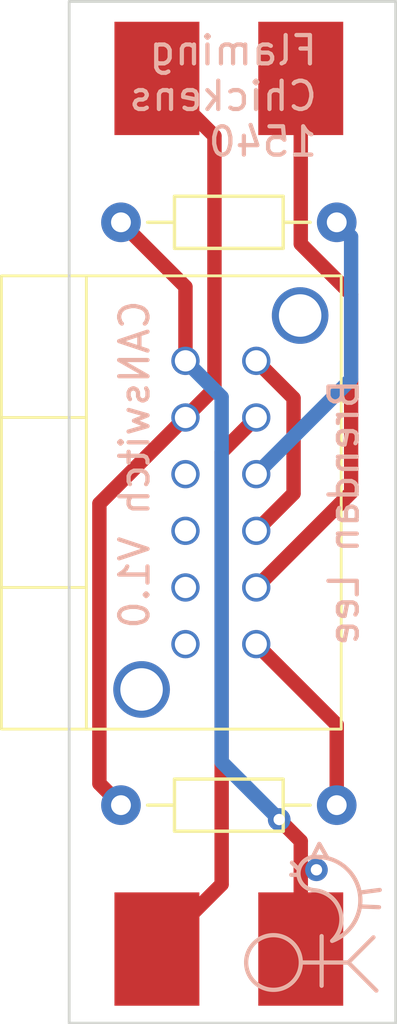
<source format=kicad_pcb>
(kicad_pcb (version 20221018) (generator pcbnew)
  (layers (0 "F.Cu" signal) (31 "B.Cu" signal) (34 "B.Paste" user) (35 "F.Paste" user) (36 "B.SilkS" user "B.Silkscreen") (37 "F.SilkS" user "F.Silkscreen") (38 "B.Mask" user) (39 "F.Mask" user) (44 "Edge.Cuts" user))
  (net 0 "")
  (net 1 "Net-(J2-Pin_1)")
  (net 2 "Net-(J2-Pin_2)")
  (net 3 "Net-(J1-Pin_1)")
  (net 4 "Net-(J1-Pin_2)")
  (net 7 "Net-(SW1A-C)")
  (net 8 "Net-(SW1B-C)")
  (net 9 "Net-(SW1A-A)")
  (footprint "Resistor_THT:R_Axial_DIN0204_L3.6mm_D1.6mm_P7.62mm_Horizontal" (layer "F.Cu") (at 195.58 58.674 180)
    (fp_text reference "R2" hide)
    (fp_text value "R_US" hide)
    (fp_line (start 0.94 0) (end 1.89 0) (stroke (width 0.12)) (layer "F.SilkS"))
    (fp_line (start 1.89 -0.92) (end 1.89 0.92) (stroke (width 0.12)) (layer "F.SilkS"))
    (fp_line (start 1.89 0.92) (end 5.73 0.92) (stroke (width 0.12)) (layer "F.SilkS"))
    (fp_line (start 5.73 -0.92) (end 1.89 -0.92) (stroke (width 0.12)) (layer "F.SilkS"))
    (fp_line (start 5.73 0.92) (end 5.73 -0.92) (stroke (width 0.12)) (layer "F.SilkS"))
    (fp_line (start 6.68 0) (end 5.73 0) (stroke (width 0.12)) (layer "F.SilkS"))
    (pad "1" thru_hole circle (at 0 0 180) (size 1.4 1.4) (drill 0.7) (layers "*.Cu" "*.Mask") (net 8 "Net-(SW1B-C)"))
    (pad "2" thru_hole oval (at 7.62 0 180) (size 1.4 1.4) (drill 0.7) (layers "*.Cu" "*.Mask") (net 1 "Net-(J2-Pin_1)"))
  )
  (footprint "Library:4PDTThing" (layer "F.Cu") (at 185.738 46.99 -90)
    (fp_text reference "SW1" hide)
    (fp_text value "~" hide)
    (fp_line (start -7 -1) (end 9 -1) (stroke (width 0.1)) (layer "F.SilkS"))
    (fp_rect (start -7 -10) (end 9 2) (stroke (width 0.1)) (fill none) (layer "F.SilkS"))
    (fp_rect (start -2 -1) (end 4 2) (stroke (width 0.1)) (fill none) (layer "F.SilkS"))
    (pad "1" thru_hole circle (at -4 -7 270) (size 1 1) (drill 0.75) (layers "*.Cu" "*.Mask") (net 9 "Net-(SW1A-A)"))
    (pad "2" thru_hole circle (at -2 -7 270) (size 1 1) (drill 0.75) (layers "*.Cu" "*.Mask") (net 4 "Net-(J1-Pin_2)"))
    (pad "3" thru_hole circle (at 0 -7 270) (size 1 1) (drill 0.75) (layers "*.Cu" "*.Mask") (net 7 "Net-(SW1A-C)"))
    (pad "4" thru_hole circle (at 2 -7 270) (size 1 1) (drill 0.75) (layers "*.Cu" "*.Mask") (net 9 "Net-(SW1A-A)"))
    (pad "5" thru_hole circle (at 4 -7 270) (size 1 1) (drill 0.75) (layers "*.Cu" "*.Mask") (net 2 "Net-(J2-Pin_2)"))
    (pad "6" thru_hole circle (at 6 -7 270) (size 1 1) (drill 0.75) (layers "*.Cu" "*.Mask") (net 8 "Net-(SW1B-C)"))
    (pad "7" thru_hole circle (at -4 -4.5 270) (size 1 1) (drill 0.75) (layers "*.Cu" "*.Mask") (net 3 "Net-(J1-Pin_1)"))
    (pad "8" thru_hole circle (at -2 -4.5 270) (size 1 1) (drill 0.75) (layers "*.Cu" "*.Mask") (net 1 "Net-(J2-Pin_1)"))
    (pad "9" thru_hole circle (at 0 -4.5 270) (size 1 1) (drill 0.75) (layers "*.Cu" "*.Mask"))
    (pad "10" thru_hole circle (at 2 -4.5 270) (size 1 1) (drill 0.75) (layers "*.Cu" "*.Mask"))
    (pad "11" thru_hole circle (at 4 -4.5 270) (size 1 1) (drill 0.75) (layers "*.Cu" "*.Mask"))
    (pad "12" thru_hole circle (at 6 -4.5 270) (size 1 1) (drill 0.75) (layers "*.Cu" "*.Mask"))
    (pad "13" thru_hole circle (at -5.6 -8.55 270) (size 2 2) (drill 1.5) (layers "*.Cu" "*.Mask"))
    (pad "14" thru_hole circle (at 7.6 -2.95 270) (size 2 2) (drill 1.5) (layers "*.Cu" "*.Mask"))
  )
  (footprint "Library:WirePad" (layer "F.Cu") (at 191.77 38.1)
    (fp_text reference "J2" hide)
    (fp_text value "Conn_01x02" hide)
    (pad "1" smd rect (at -2.54 -5.08 90) (size 4 3) (layers "F.Cu" "F.Paste" "F.Mask") (net 1 "Net-(J2-Pin_1)"))
    (pad "2" smd rect (at 2.54 -5.08 90) (size 4 3) (layers "F.Cu" "F.Paste" "F.Mask") (net 2 "Net-(J2-Pin_2)"))
  )
  (footprint "Resistor_THT:R_Axial_DIN0204_L3.6mm_D1.6mm_P7.62mm_Horizontal" (layer "F.Cu") (at 195.58 38.1 180)
    (fp_text reference "R1" hide)
    (fp_text value "R_US" hide)
    (fp_line (start 0.94 0) (end 1.89 0) (stroke (width 0.12)) (layer "F.SilkS"))
    (fp_line (start 1.89 -0.92) (end 1.89 0.92) (stroke (width 0.12)) (layer "F.SilkS"))
    (fp_line (start 1.89 0.92) (end 5.73 0.92) (stroke (width 0.12)) (layer "F.SilkS"))
    (fp_line (start 5.73 -0.92) (end 1.89 -0.92) (stroke (width 0.12)) (layer "F.SilkS"))
    (fp_line (start 5.73 0.92) (end 5.73 -0.92) (stroke (width 0.12)) (layer "F.SilkS"))
    (fp_line (start 6.68 0) (end 5.73 0) (stroke (width 0.12)) (layer "F.SilkS"))
    (pad "1" thru_hole circle (at 0 0 180) (size 1.4 1.4) (drill 0.7) (layers "*.Cu" "*.Mask") (net 7 "Net-(SW1A-C)"))
    (pad "2" thru_hole oval (at 7.62 0 180) (size 1.4 1.4) (drill 0.7) (layers "*.Cu" "*.Mask") (net 3 "Net-(J1-Pin_1)"))
  )
  (footprint "Library:WirePad" (layer "F.Cu") (at 191.77 58.674 180)
    (fp_text reference "J1" hide)
    (fp_text value "Conn_01x02" hide)
    (pad "1" smd rect (at -2.54 -5.08 270) (size 4 3) (layers "F.Cu" "F.Paste" "F.Mask") (net 3 "Net-(J1-Pin_1)"))
    (pad "2" smd rect (at 2.54 -5.08 270) (size 4 3) (layers "F.Cu" "F.Paste" "F.Mask") (net 4 "Net-(J1-Pin_2)"))
  )
  (gr_line (start 193.9748 61.1338) (end 194.178 61.1338) (stroke (width 0.15)) (layer "B.SilkS"))
  (gr_line (start 195.987942 64.22857) (end 196.876942 63.33957) (stroke (width 0.15)) (layer "B.SilkS"))
  (gr_line (start 195.0466 63.2968) (end 195.0466 65.0494) (stroke (width 0.15)) (layer "B.SilkS"))
  (gr_arc (start 194.718175 61.6672) (mid 194.245339 60.950411) (end 194.9908 60.5242) (stroke (width 0.15)) (layer "B.SilkS"))
  (gr_circle (center 193.346342 64.22857) (end 193.346342 65.19377) (stroke (width 0.15)) (fill none) (layer "B.SilkS"))
  (gr_line (start 194.9654 60.0416) (end 194.7622 60.448) (stroke (width 0.15)) (layer "B.SilkS"))
  (gr_line (start 194.0002 60.70524) (end 194.245379 60.950419) (stroke (width 0.15)) (layer "B.SilkS"))
  (gr_line (start 197.099 61.6672) (end 196.390882 61.760681) (stroke (width 0.15)) (layer "B.SilkS"))
  (gr_arc (start 194.8871 60.4988) (mid 196.390813 61.760656) (end 195.417382 63.465382) (stroke (width 0.15)) (layer "B.SilkS"))
  (gr_line (start 196.978542 65.21917) (end 195.987942 64.22857) (stroke (width 0.15)) (layer "B.SilkS"))
  (gr_line (start 197.0736 62.2768) (end 196.4386 62.2514) (stroke (width 0.15)) (layer "B.SilkS"))
  (gr_line (start 194.311542 64.22857) (end 195.987942 64.22857) (stroke (width 0.15)) (layer "B.SilkS"))
  (gr_arc (start 194.7114 61.674661) (mid 195.666635 62.312929) (end 195.442505 63.439705) (stroke (width 0.15)) (layer "B.SilkS"))
  (gr_line (start 195.227707 60.4988) (end 194.9654 60.0416) (stroke (width 0.15)) (layer "B.SilkS"))
  (gr_line (start 195.987942 64.22857) (end 196.978542 65.21917) (stroke (width 0.15)) (layer "B.SilkS"))
  (gr_rect (start 186.1312 30.3022) (end 197.6628 66.3702) (stroke (width 0.1)) (fill none) (layer "Edge.Cuts"))
  (gr_text "Flaming \nChickens\n1540" (at 194.9704 35.8394) (layer "B.SilkS") (effects (font (size 1 1)) (justify left bottom mirror)))
  (gr_text "Brendan Lee" (at 196.4182 43.561 90) (layer "B.SilkS") (effects (font (size 1 1)) (justify left bottom mirror)))
  (gr_text "CANswitch V1.0" (at 189.0268 40.767 90) (layer "B.SilkS") (effects (font (size 1 1)) (justify left bottom mirror)))
  (segment (start 191.262 43.966) (end 191.262 35.052) (width 0.508) (layer "F.Cu") (net 1))
  (segment (start 187.198 48.03) (end 187.198 57.912) (width 0.508) (layer "F.Cu") (net 1))
  (segment (start 187.198 57.912) (end 187.96 58.674) (width 0.508) (layer "F.Cu") (net 1))
  (segment (start 190.238 44.99) (end 191.262 43.966) (width 0.508) (layer "F.Cu") (net 1))
  (segment (start 191.262 35.052) (end 189.23 33.02) (width 0.508) (layer "F.Cu") (net 1))
  (segment (start 190.238 44.99) (end 187.198 48.03) (width 0.508) (layer "F.Cu") (net 1))
  (segment (start 194.31 38.862) (end 194.31 33.02) (width 0.508) (layer "F.Cu") (net 2))
  (segment (start 196.088 47.64) (end 196.088 40.64) (width 0.508) (layer "F.Cu") (net 2))
  (segment (start 196.088 40.64) (end 194.31 38.862) (width 0.508) (layer "F.Cu") (net 2))
  (segment (start 192.738 50.99) (end 196.088 47.64) (width 0.508) (layer "F.Cu") (net 2))
  (segment (start 190.238 40.378) (end 187.96 38.1) (width 0.508) (layer "F.Cu") (net 3))
  (segment (start 194.31 63.754) (end 194.31 59.944) (width 0.508) (layer "F.Cu") (net 3))
  (segment (start 194.31 59.944) (end 193.548 59.182) (width 0.508) (layer "F.Cu") (net 3))
  (segment (start 190.238 42.99) (end 190.238 40.378) (width 0.508) (layer "F.Cu") (net 3))
  (via (at 194.8638 60.956) (size 0.8) (drill 0.4) (layers "F.Cu" "B.Cu") (net 3))
  (via (at 193.548 59.182) (size 0.8) (drill 0.4) (layers "F.Cu" "B.Cu") (net 3))
  (segment (start 193.548 59.182) (end 191.516 57.15) (width 0.508) (layer "B.Cu") (net 3))
  (segment (start 191.516 57.15) (end 191.516 44.268) (width 0.508) (layer "B.Cu") (net 3))
  (segment (start 191.516 44.268) (end 190.238 42.99) (width 0.508) (layer "B.Cu") (net 3))
  (segment (start 191.516 61.468) (end 191.516 46.212) (width 0.508) (layer "F.Cu") (net 4))
  (segment (start 189.23 63.754) (end 191.516 61.468) (width 0.508) (layer "F.Cu") (net 4))
  (segment (start 191.516 46.212) (end 192.738 44.99) (width 0.508) (layer "F.Cu") (net 4))
  (segment (start 196.088 43.64) (end 192.738 46.99) (width 0.508) (layer "B.Cu") (net 7))
  (segment (start 196.088 38.608) (end 196.088 43.64) (width 0.508) (layer "B.Cu") (net 7))
  (segment (start 195.58 38.1) (end 196.088 38.608) (width 0.508) (layer "B.Cu") (net 7))
  (segment (start 195.58 58.674) (end 195.58 55.832) (width 0.508) (layer "F.Cu") (net 8))
  (segment (start 195.58 55.832) (end 192.738 52.99) (width 0.508) (layer "F.Cu") (net 8))
  (segment (start 192.738 42.99) (end 194.056 44.308) (width 0.508) (layer "F.Cu") (net 9))
  (segment (start 194.056 47.672) (end 192.738 48.99) (width 0.508) (layer "F.Cu") (net 9))
  (segment (start 194.056 44.308) (end 194.056 47.672) (width 0.508) (layer "F.Cu") (net 9))
)
</source>
